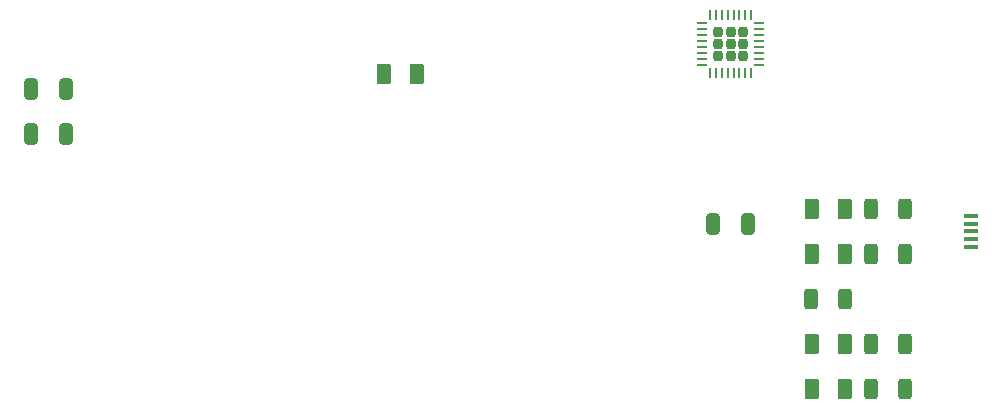
<source format=gbr>
G04 #@! TF.GenerationSoftware,KiCad,Pcbnew,8.0.1*
G04 #@! TF.CreationDate,2024-04-28T19:56:16+02:00*
G04 #@! TF.ProjectId,Atmega16-32 Development Board,41746d65-6761-4313-962d-333220446576,V1.0*
G04 #@! TF.SameCoordinates,PX1e47770PY791ddc0*
G04 #@! TF.FileFunction,Paste,Top*
G04 #@! TF.FilePolarity,Positive*
%FSLAX46Y46*%
G04 Gerber Fmt 4.6, Leading zero omitted, Abs format (unit mm)*
G04 Created by KiCad (PCBNEW 8.0.1) date 2024-04-28 19:56:16*
%MOMM*%
%LPD*%
G01*
G04 APERTURE LIST*
G04 Aperture macros list*
%AMRoundRect*
0 Rectangle with rounded corners*
0 $1 Rounding radius*
0 $2 $3 $4 $5 $6 $7 $8 $9 X,Y pos of 4 corners*
0 Add a 4 corners polygon primitive as box body*
4,1,4,$2,$3,$4,$5,$6,$7,$8,$9,$2,$3,0*
0 Add four circle primitives for the rounded corners*
1,1,$1+$1,$2,$3*
1,1,$1+$1,$4,$5*
1,1,$1+$1,$6,$7*
1,1,$1+$1,$8,$9*
0 Add four rect primitives between the rounded corners*
20,1,$1+$1,$2,$3,$4,$5,0*
20,1,$1+$1,$4,$5,$6,$7,0*
20,1,$1+$1,$6,$7,$8,$9,0*
20,1,$1+$1,$8,$9,$2,$3,0*%
G04 Aperture macros list end*
%ADD10R,1.300000X0.450000*%
%ADD11RoundRect,0.250000X0.325000X0.650000X-0.325000X0.650000X-0.325000X-0.650000X0.325000X-0.650000X0*%
%ADD12RoundRect,0.250000X-0.375000X-0.625000X0.375000X-0.625000X0.375000X0.625000X-0.375000X0.625000X0*%
%ADD13RoundRect,0.250000X0.312500X0.625000X-0.312500X0.625000X-0.312500X-0.625000X0.312500X-0.625000X0*%
%ADD14RoundRect,0.250000X0.375000X0.625000X-0.375000X0.625000X-0.375000X-0.625000X0.375000X-0.625000X0*%
%ADD15RoundRect,0.250000X-0.325000X-0.650000X0.325000X-0.650000X0.325000X0.650000X-0.325000X0.650000X0*%
%ADD16RoundRect,0.207500X-0.207500X0.207500X-0.207500X-0.207500X0.207500X-0.207500X0.207500X0.207500X0*%
%ADD17RoundRect,0.062500X-0.062500X0.375000X-0.062500X-0.375000X0.062500X-0.375000X0.062500X0.375000X0*%
%ADD18RoundRect,0.062500X-0.375000X0.062500X-0.375000X-0.062500X0.375000X-0.062500X0.375000X0.062500X0*%
%ADD19RoundRect,0.250000X-0.312500X-0.625000X0.312500X-0.625000X0.312500X0.625000X-0.312500X0.625000X0*%
G04 APERTURE END LIST*
D10*
X101604651Y20924651D03*
X101604651Y21574651D03*
X101604651Y22224651D03*
X101604651Y22874651D03*
X101604651Y23524651D03*
D11*
X24970000Y30480000D03*
X22020000Y30480000D03*
D12*
X88134651Y8889651D03*
X90934651Y8889651D03*
D13*
X96077151Y8889651D03*
X93152151Y8889651D03*
D14*
X54740000Y35560000D03*
X51940000Y35560000D03*
D13*
X96077151Y20319651D03*
X93152151Y20319651D03*
D15*
X79804651Y22859651D03*
X82754651Y22859651D03*
D14*
X90934651Y24129651D03*
X88134651Y24129651D03*
D12*
X88134651Y12699651D03*
X90934651Y12699651D03*
D11*
X24970000Y34290000D03*
X22020000Y34290000D03*
D16*
X82309651Y39129651D03*
X81279651Y39129651D03*
X80249651Y39129651D03*
X82309651Y38099651D03*
X81279651Y38099651D03*
X80249651Y38099651D03*
X82309651Y37069651D03*
X81279651Y37069651D03*
X80249651Y37069651D03*
D17*
X83029651Y40537151D03*
X82529651Y40537151D03*
X82029651Y40537151D03*
X81529651Y40537151D03*
X81029651Y40537151D03*
X80529651Y40537151D03*
X80029651Y40537151D03*
X79529651Y40537151D03*
D18*
X78842151Y39849651D03*
X78842151Y39349651D03*
X78842151Y38849651D03*
X78842151Y38349651D03*
X78842151Y37849651D03*
X78842151Y37349651D03*
X78842151Y36849651D03*
X78842151Y36349651D03*
D17*
X79529651Y35662151D03*
X80029651Y35662151D03*
X80529651Y35662151D03*
X81029651Y35662151D03*
X81529651Y35662151D03*
X82029651Y35662151D03*
X82529651Y35662151D03*
X83029651Y35662151D03*
D18*
X83717151Y36349651D03*
X83717151Y36849651D03*
X83717151Y37349651D03*
X83717151Y37849651D03*
X83717151Y38349651D03*
X83717151Y38849651D03*
X83717151Y39349651D03*
X83717151Y39849651D03*
D13*
X96077151Y12699651D03*
X93152151Y12699651D03*
D19*
X93152151Y24129651D03*
X96077151Y24129651D03*
D13*
X90997151Y16509651D03*
X88072151Y16509651D03*
D14*
X90934651Y20319651D03*
X88134651Y20319651D03*
M02*

</source>
